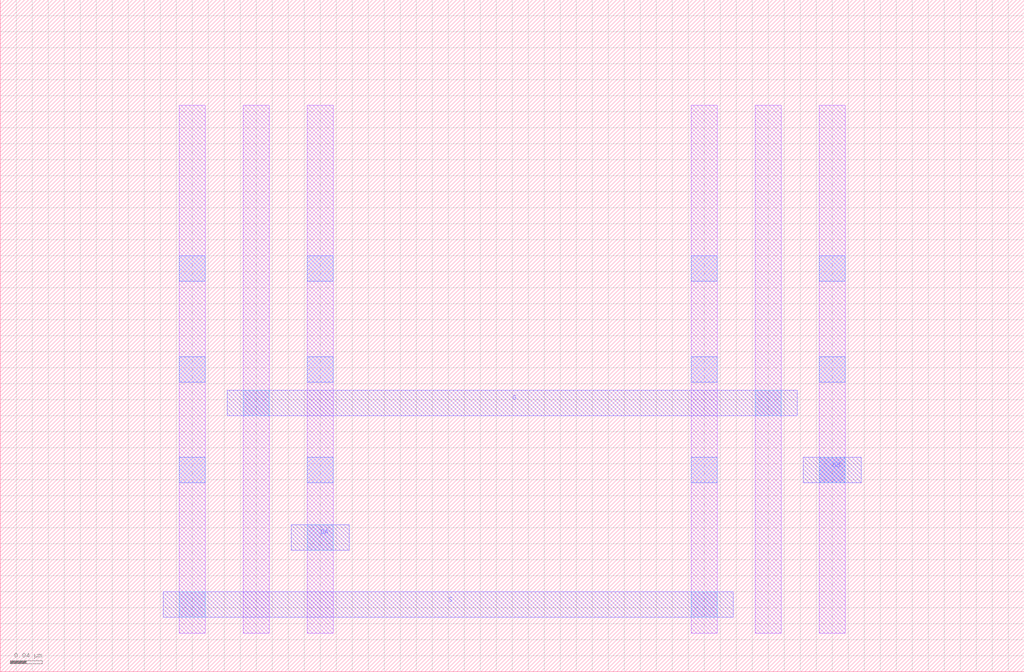
<source format=lef>
MACRO CMC_PMOS_S_n12_X1_Y1
  ORIGIN 0 0 ;
  FOREIGN CMC_PMOS_S_n12_X1_Y1 0 0 ;
  SIZE 1.2800 BY 0.8400 ;
  PIN S
    DIRECTION INOUT ;
    USE SIGNAL ;
    PORT
      LAYER M2 ;
        RECT 0.2040 0.0680 0.9160 0.1000 ;
    END
  END S
  PIN DA
    DIRECTION INOUT ;
    USE SIGNAL ;
    PORT
      LAYER M2 ;
        RECT 0.3640 0.1520 0.4360 0.1840 ;
    END
  END DA
  PIN DB
    DIRECTION INOUT ;
    USE SIGNAL ;
    PORT
      LAYER M2 ;
        RECT 1.0040 0.2360 1.0760 0.2680 ;
    END
  END DB
  PIN G
    DIRECTION INOUT ;
    USE SIGNAL ;
    PORT
      LAYER M2 ;
        RECT 0.2840 0.3200 0.9960 0.3520 ;
    END
  END G
  OBS
    LAYER M1 ;
      RECT 0.3040 0.0480 0.3360 0.7080 ;
    LAYER M1 ;
      RECT 0.9440 0.0480 0.9760 0.7080 ;
    LAYER M1 ;
      RECT 0.2240 0.0480 0.2560 0.7080 ;
    LAYER M1 ;
      RECT 0.8640 0.0480 0.8960 0.7080 ;
    LAYER M1 ;
      RECT 0.3840 0.0480 0.4160 0.7080 ;
    LAYER M1 ;
      RECT 1.0240 0.0480 1.0560 0.7080 ;
    LAYER V1 ;
      RECT 0.2240 0.0680 0.2560 0.1000 ;
    LAYER V1 ;
      RECT 0.8640 0.0680 0.8960 0.1000 ;
    LAYER V1 ;
      RECT 0.3840 0.1520 0.4160 0.1840 ;
    LAYER V1 ;
      RECT 1.0240 0.2360 1.0560 0.2680 ;
    LAYER V1 ;
      RECT 0.3040 0.3200 0.3360 0.3520 ;
    LAYER V1 ;
      RECT 0.9440 0.3200 0.9760 0.3520 ;
    LAYER V0 ;
      RECT 0.2240 0.2360 0.2560 0.2680 ;
    LAYER V0 ;
      RECT 0.2240 0.3620 0.2560 0.3940 ;
    LAYER V0 ;
      RECT 0.2240 0.4880 0.2560 0.5200 ;
    LAYER V0 ;
      RECT 0.8640 0.2360 0.8960 0.2680 ;
    LAYER V0 ;
      RECT 0.8640 0.3620 0.8960 0.3940 ;
    LAYER V0 ;
      RECT 0.8640 0.4880 0.8960 0.5200 ;
    LAYER V0 ;
      RECT 0.3840 0.2360 0.4160 0.2680 ;
    LAYER V0 ;
      RECT 0.3840 0.3620 0.4160 0.3940 ;
    LAYER V0 ;
      RECT 0.3840 0.4880 0.4160 0.5200 ;
    LAYER V0 ;
      RECT 1.0240 0.2360 1.0560 0.2680 ;
    LAYER V0 ;
      RECT 1.0240 0.3620 1.0560 0.3940 ;
    LAYER V0 ;
      RECT 1.0240 0.4880 1.0560 0.5200 ;
  END
END CMC_PMOS_S_n12_X1_Y1

</source>
